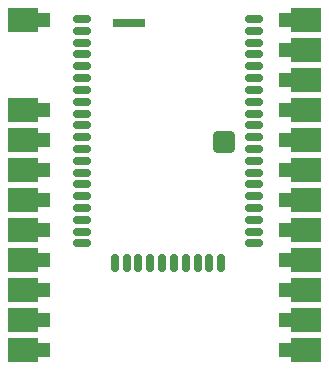
<source format=gbr>
%TF.GenerationSoftware,KiCad,Pcbnew,9.0.1+dfsg-1*%
%TF.CreationDate,2025-05-01T10:59:25+02:00*%
%TF.ProjectId,bluetooth,626c7565-746f-46f7-9468-2e6b69636164,rev?*%
%TF.SameCoordinates,Original*%
%TF.FileFunction,Soldermask,Top*%
%TF.FilePolarity,Negative*%
%FSLAX46Y46*%
G04 Gerber Fmt 4.6, Leading zero omitted, Abs format (unit mm)*
G04 Created by KiCad (PCBNEW 9.0.1+dfsg-1) date 2025-05-01 10:59:25*
%MOMM*%
%LPD*%
G01*
G04 APERTURE LIST*
G04 Aperture macros list*
%AMRoundRect*
0 Rectangle with rounded corners*
0 $1 Rounding radius*
0 $2 $3 $4 $5 $6 $7 $8 $9 X,Y pos of 4 corners*
0 Add a 4 corners polygon primitive as box body*
4,1,4,$2,$3,$4,$5,$6,$7,$8,$9,$2,$3,0*
0 Add four circle primitives for the rounded corners*
1,1,$1+$1,$2,$3*
1,1,$1+$1,$4,$5*
1,1,$1+$1,$6,$7*
1,1,$1+$1,$8,$9*
0 Add four rect primitives between the rounded corners*
20,1,$1+$1,$2,$3,$4,$5,0*
20,1,$1+$1,$4,$5,$6,$7,0*
20,1,$1+$1,$6,$7,$8,$9,0*
20,1,$1+$1,$8,$9,$2,$3,0*%
G04 Aperture macros list end*
%ADD10RoundRect,0.150000X-0.600000X-0.150000X0.600000X-0.150000X0.600000X0.150000X-0.600000X0.150000X0*%
%ADD11RoundRect,0.150000X-0.150000X-0.600000X0.150000X-0.600000X0.150000X0.600000X-0.150000X0.600000X0*%
%ADD12RoundRect,0.250000X-0.640000X-0.640000X0.640000X-0.640000X0.640000X0.640000X-0.640000X0.640000X0*%
%ADD13RoundRect,0.190000X-1.205000X-0.190000X1.205000X-0.190000X1.205000X0.190000X-1.205000X0.190000X0*%
%ADD14R,2.540000X2.000000*%
%ADD15RoundRect,0.250000X0.375000X0.375000X-0.375000X0.375000X-0.375000X-0.375000X0.375000X-0.375000X0*%
G04 APERTURE END LIST*
D10*
%TO.C,U1*%
X102010000Y-57550000D03*
X102010000Y-58550000D03*
X102010000Y-59550000D03*
X102010000Y-60550000D03*
X102010000Y-61550000D03*
X102010000Y-62550000D03*
X102010000Y-63550000D03*
X102010000Y-64550000D03*
X102010000Y-65550000D03*
X102010000Y-66550000D03*
X102010000Y-67550000D03*
X102010000Y-68550000D03*
X102010000Y-69550000D03*
X102010000Y-70550000D03*
X102010000Y-71550000D03*
X102010000Y-72550000D03*
X102010000Y-73550000D03*
X102010000Y-74550000D03*
X102010000Y-75550000D03*
X102010000Y-76550000D03*
D11*
X104760000Y-78200000D03*
X105760000Y-78200000D03*
X106760000Y-78200000D03*
X107760000Y-78200000D03*
X108760000Y-78200000D03*
X109760000Y-78200000D03*
X110760000Y-78200000D03*
X111760000Y-78200000D03*
X112760000Y-78200000D03*
X113760000Y-78200000D03*
D10*
X116510000Y-76550000D03*
X116510000Y-75550000D03*
X116510000Y-74550000D03*
X116510000Y-73550000D03*
X116510000Y-72550000D03*
X116510000Y-71550000D03*
X116510000Y-70550000D03*
X116510000Y-69550000D03*
X116510000Y-68550000D03*
X116510000Y-67550000D03*
X116510000Y-66550000D03*
X116510000Y-65550000D03*
X116510000Y-64550000D03*
X116510000Y-63550000D03*
X116510000Y-62550000D03*
X116510000Y-61550000D03*
X116510000Y-60550000D03*
X116510000Y-59550000D03*
X116510000Y-58550000D03*
X116510000Y-57550000D03*
D12*
X114030000Y-67980000D03*
D13*
X105970000Y-57870000D03*
%TD*%
D14*
%TO.C,M1*%
X96969000Y-57658000D03*
D15*
X98669000Y-57658000D03*
D14*
X96969000Y-65278000D03*
D15*
X98669000Y-65278000D03*
D14*
X96969000Y-67818000D03*
D15*
X98669000Y-67818000D03*
D14*
X96969000Y-70358000D03*
D15*
X98669000Y-70358000D03*
D14*
X96969000Y-72898000D03*
D15*
X98669000Y-72898000D03*
D14*
X96969000Y-75438000D03*
D15*
X98669000Y-75438000D03*
D14*
X96969000Y-77978000D03*
D15*
X98669000Y-77978000D03*
D14*
X96969000Y-80518000D03*
D15*
X98669000Y-80518000D03*
D14*
X96969000Y-83058000D03*
D15*
X98669000Y-83058000D03*
D14*
X96969000Y-85598000D03*
D15*
X98669000Y-85598000D03*
X119269000Y-57658000D03*
D14*
X120969000Y-57658000D03*
D15*
X119269000Y-60198000D03*
D14*
X120969000Y-60198000D03*
D15*
X119269000Y-62738000D03*
D14*
X120969000Y-62738000D03*
D15*
X119269000Y-65278000D03*
D14*
X120969000Y-65278000D03*
D15*
X119269000Y-67818000D03*
D14*
X120969000Y-67818000D03*
D15*
X119269000Y-70358000D03*
D14*
X120969000Y-70358000D03*
D15*
X119269000Y-72898000D03*
D14*
X120969000Y-72898000D03*
D15*
X119269000Y-75438000D03*
D14*
X120969000Y-75438000D03*
D15*
X119269000Y-77978000D03*
D14*
X120969000Y-77978000D03*
D15*
X119269000Y-80518000D03*
D14*
X120969000Y-80518000D03*
D15*
X119269000Y-83058000D03*
D14*
X120969000Y-83058000D03*
D15*
X119269000Y-85598000D03*
D14*
X120969000Y-85598000D03*
%TD*%
M02*

</source>
